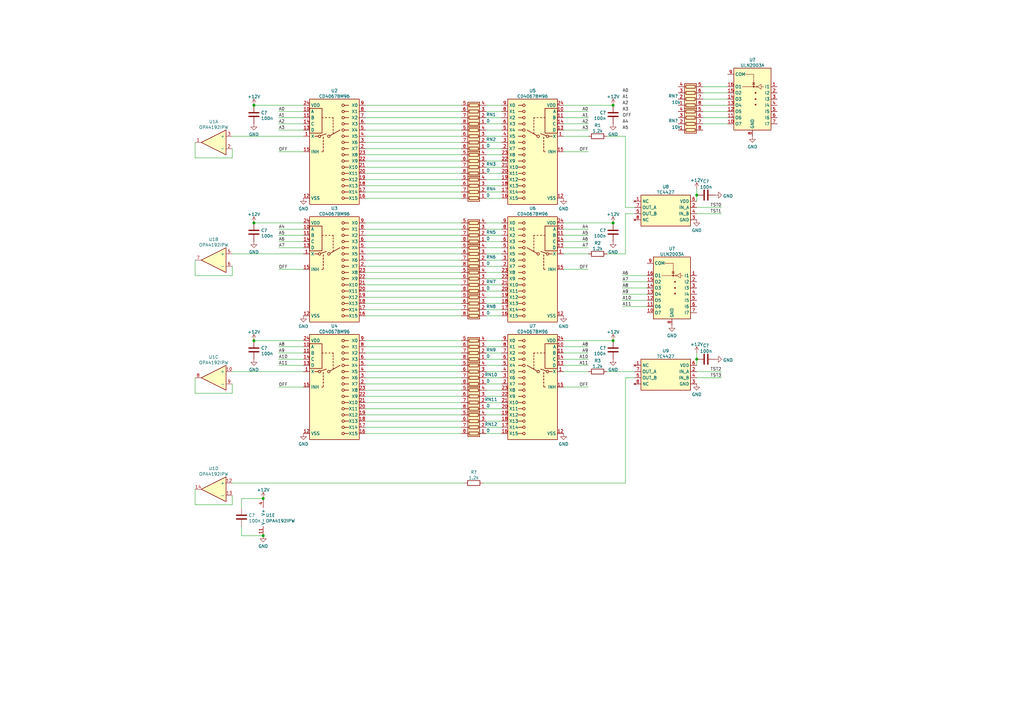
<source format=kicad_sch>
(kicad_sch (version 20210406) (generator eeschema)
  (paper "A3")
  (lib_symbols
    (symbol "Amplifier_Operational:OPA4197xPW"
      (property "Reference" "U" (at 0 3.81 0))
      (property "Value" "OPA4197xPW" (at 0 -3.81 0))
      (symbol "OPA4197xPW_1_1"
        (polyline (pts (xy -5.08 5.08) (xy 5.08 0) (xy -5.08 -5.08) (xy -5.08 5.08)) (stroke (width 0.254)) (fill (type background)))
        (pin output line (at 7.62 0 180) (length 2.54) (name "~") (number "1"))
        (pin input line (at -7.62 -2.54 0) (length 2.54) (name "-") (number "2"))
        (pin input line (at -7.62 2.54 0) (length 2.54) (name "+") (number "3"))
      )
      (symbol "OPA4197xPW_2_1"
        (polyline (pts (xy -5.08 5.08) (xy 5.08 0) (xy -5.08 -5.08) (xy -5.08 5.08)) (stroke (width 0.254)) (fill (type background)))
        (pin input line (at -7.62 2.54 0) (length 2.54) (name "+") (number "5"))
        (pin input line (at -7.62 -2.54 0) (length 2.54) (name "-") (number "6"))
        (pin output line (at 7.62 0 180) (length 2.54) (name "~") (number "7"))
      )
      (symbol "OPA4197xPW_3_1"
        (polyline (pts (xy -5.08 5.08) (xy 5.08 0) (xy -5.08 -5.08) (xy -5.08 5.08)) (stroke (width 0.254)) (fill (type background)))
        (pin input line (at -7.62 2.54 0) (length 2.54) (name "+") (number "10"))
        (pin output line (at 7.62 0 180) (length 2.54) (name "~") (number "8"))
        (pin input line (at -7.62 -2.54 0) (length 2.54) (name "-") (number "9"))
      )
      (symbol "OPA4197xPW_4_1"
        (polyline (pts (xy -5.08 5.08) (xy 5.08 0) (xy -5.08 -5.08) (xy -5.08 5.08)) (stroke (width 0.254)) (fill (type background)))
        (pin input line (at -7.62 2.54 0) (length 2.54) (name "+") (number "12"))
        (pin input line (at -7.62 -2.54 0) (length 2.54) (name "-") (number "13"))
        (pin output line (at 7.62 0 180) (length 2.54) (name "~") (number "14"))
      )
      (symbol "OPA4197xPW_5_1"
        (pin power_in line (at -2.54 -7.62 90) (length 3.81) (name "V-") (number "11"))
        (pin power_in line (at -2.54 7.62 270) (length 3.81) (name "V+") (number "4"))
      )
    )
    (symbol "Device:C" (pin_numbers hide) (pin_names (offset 0.254))
      (property "Reference" "C" (at 0.635 2.54 0))
      (property "Value" "C" (at 0.635 -2.54 0))
      (symbol "C_0_1"
        (polyline (pts (xy -2.032 -0.762) (xy 2.032 -0.762)) (stroke (width 0.508)))
        (polyline (pts (xy -2.032 0.762) (xy 2.032 0.762)) (stroke (width 0.508)))
      )
      (symbol "C_1_1"
        (pin passive line (at 0 3.81 270) (length 2.794) (name "~") (number "1"))
        (pin passive line (at 0 -3.81 90) (length 2.794) (name "~") (number "2"))
      )
    )
    (symbol "Device:R" (pin_numbers hide) (pin_names (offset 0))
      (property "Reference" "R" (at 2.032 0 90))
      (property "Value" "R" (at 0 0 90))
      (symbol "R_0_1"
        (rectangle (start -1.016 -2.54) (end 1.016 2.54) (stroke (width 0.254)))
      )
      (symbol "R_1_1"
        (pin passive line (at 0 3.81 270) (length 1.27) (name "~") (number "1"))
        (pin passive line (at 0 -3.81 90) (length 1.27) (name "~") (number "2"))
      )
    )
    (symbol "Device:R_Pack04" (pin_names (offset 0) hide)
      (property "Reference" "RN" (at -7.62 0 90))
      (property "Value" "R_Pack04" (at 5.08 0 90))
      (symbol "R_Pack04_0_1"
        (rectangle (start -5.715 1.905) (end -4.445 -1.905) (stroke (width 0.254)))
        (rectangle (start -3.175 1.905) (end -1.905 -1.905) (stroke (width 0.254)))
        (rectangle (start -0.635 1.905) (end 0.635 -1.905) (stroke (width 0.254)))
        (rectangle (start 1.905 1.905) (end 3.175 -1.905) (stroke (width 0.254)))
        (rectangle (start -6.35 -2.413) (end 3.81 2.413) (stroke (width 0.254)) (fill (type background)))
        (polyline (pts (xy -5.08 -2.54) (xy -5.08 -1.905)))
        (polyline (pts (xy -5.08 1.905) (xy -5.08 2.54)))
        (polyline (pts (xy -2.54 -2.54) (xy -2.54 -1.905)))
        (polyline (pts (xy -2.54 1.905) (xy -2.54 2.54)))
        (polyline (pts (xy 0 -2.54) (xy 0 -1.905)))
        (polyline (pts (xy 0 1.905) (xy 0 2.54)))
        (polyline (pts (xy 2.54 -2.54) (xy 2.54 -1.905)))
        (polyline (pts (xy 2.54 1.905) (xy 2.54 2.54)))
      )
      (symbol "R_Pack04_1_1"
        (pin passive line (at -5.08 -5.08 90) (length 2.54) (name "R1.1") (number "1"))
        (pin passive line (at -2.54 -5.08 90) (length 2.54) (name "R2.1") (number "2"))
        (pin passive line (at 0 -5.08 90) (length 2.54) (name "R3.1") (number "3"))
        (pin passive line (at 2.54 -5.08 90) (length 2.54) (name "R4.1") (number "4"))
        (pin passive line (at 2.54 5.08 270) (length 2.54) (name "R4.2") (number "5"))
        (pin passive line (at 0 5.08 270) (length 2.54) (name "R3.2") (number "6"))
        (pin passive line (at -2.54 5.08 270) (length 2.54) (name "R2.2") (number "7"))
        (pin passive line (at -5.08 5.08 270) (length 2.54) (name "R1.2") (number "8"))
      )
    )
    (symbol "Transistor_Array:ULN2003A"
      (property "Reference" "U" (at 0 15.875 0))
      (property "Value" "ULN2003A" (at 0 13.97 0))
      (symbol "ULN2003A_0_1"
        (circle (center -1.778 5.08) (radius 0.254))
        (circle (center -1.27 -2.286) (radius 0.254) (fill (type outline)))
        (circle (center -1.27 0) (radius 0.254) (fill (type outline)))
        (circle (center -1.27 2.54) (radius 0.254) (fill (type outline)))
        (circle (center -0.508 5.08) (radius 0.254) (fill (type outline)))
        (rectangle (start -7.62 -12.7) (end 7.62 12.7) (stroke (width 0.254)) (fill (type background)))
        (polyline (pts (xy -4.572 5.08) (xy -3.556 5.08)))
        (polyline (pts (xy -1.524 5.08) (xy 4.064 5.08)))
        (polyline (pts (xy 0 6.731) (xy -1.016 6.731)))
        (polyline (pts (xy -0.508 5.08) (xy -0.508 10.16) (xy 2.921 10.16)))
        (polyline (pts (xy -3.556 6.096) (xy -3.556 4.064) (xy -2.032 5.08) (xy -3.556 6.096)))
        (polyline (pts (xy 0 5.969) (xy -1.016 5.969) (xy -0.508 6.731) (xy 0 5.969)))
      )
      (symbol "ULN2003A_1_1"
        (pin input line (at -10.16 5.08 0) (length 2.54) (name "I1") (number "1"))
        (pin open_collector line (at 10.16 -10.16 180) (length 2.54) (name "O7") (number "10"))
        (pin open_collector line (at 10.16 -7.62 180) (length 2.54) (name "O6") (number "11"))
        (pin open_collector line (at 10.16 -5.08 180) (length 2.54) (name "O5") (number "12"))
        (pin open_collector line (at 10.16 -2.54 180) (length 2.54) (name "O4") (number "13"))
        (pin open_collector line (at 10.16 0 180) (length 2.54) (name "O3") (number "14"))
        (pin open_collector line (at 10.16 2.54 180) (length 2.54) (name "O2") (number "15"))
        (pin open_collector line (at 10.16 5.08 180) (length 2.54) (name "O1") (number "16"))
        (pin input line (at -10.16 2.54 0) (length 2.54) (name "I2") (number "2"))
        (pin input line (at -10.16 0 0) (length 2.54) (name "I3") (number "3"))
        (pin input line (at -10.16 -2.54 0) (length 2.54) (name "I4") (number "4"))
        (pin input line (at -10.16 -5.08 0) (length 2.54) (name "I5") (number "5"))
        (pin input line (at -10.16 -7.62 0) (length 2.54) (name "I6") (number "6"))
        (pin input line (at -10.16 -10.16 0) (length 2.54) (name "I7") (number "7"))
        (pin power_in line (at 0 -15.24 90) (length 2.54) (name "GND") (number "8"))
        (pin passive line (at 10.16 10.16 180) (length 2.54) (name "COM") (number "9"))
      )
    )
    (symbol "power:+12V" (power) (pin_names (offset 0))
      (property "Value" "+12V" (at 0 3.556 0))
      (symbol "+12V_0_1"
        (polyline (pts (xy -0.762 1.27) (xy 0 2.54)))
        (polyline (pts (xy 0 0) (xy 0 2.54)))
        (polyline (pts (xy 0 2.54) (xy 0.762 1.27)))
      )
      (symbol "+12V_1_1"
        (pin power_in line (at 0 0 90) (length 0) hide (name "+12V") (number "1"))
      )
    )
    (symbol "power:GND" (power) (pin_names (offset 0))
      (property "Value" "GND" (at 0 -3.81 0))
      (symbol "GND_0_1"
        (polyline (pts (xy 0 0) (xy 0 -1.27) (xy 1.27 -1.27) (xy 0 -2.54) (xy -1.27 -1.27) (xy 0 -1.27)))
      )
      (symbol "GND_1_1"
        (pin power_in line (at 0 0 270) (length 0) hide (name "GND") (number "1"))
      )
    )
    (symbol "stim_lib:CD4067BM96"
      (property "Reference" "U" (at -10.16 29.21 0))
      (property "Value" "CD4067BM96" (at 3.81 29.21 0))
      (symbol "CD4067BM96_0_1"
        (circle (center -6.096 12.7) (radius 0.508) (stroke (width 0.254)))
        (circle (center -2.286 12.7) (radius 0.508) (stroke (width 0.254)))
        (circle (center 3.556 -12.7) (radius 0.508) (stroke (width 0.254)))
        (circle (center 3.556 -2.54) (radius 0.508) (stroke (width 0.254)))
        (circle (center 3.556 0) (radius 0.508) (stroke (width 0.254)))
        (circle (center 3.556 2.54) (radius 0.508) (stroke (width 0.254)))
        (circle (center 3.556 5.08) (radius 0.508) (stroke (width 0.254)))
        (circle (center 3.556 17.78) (radius 0.508) (stroke (width 0.254)))
        (circle (center 3.556 20.32) (radius 0.508) (stroke (width 0.254)))
        (circle (center 3.556 22.86) (radius 0.508) (stroke (width 0.254)))
        (circle (center 3.556 25.4) (radius 0.508) (stroke (width 0.254)))
        (rectangle (start -10.16 24.13) (end -5.08 13.97) (stroke (width 0.254)))
        (rectangle (start -10.16 27.94) (end 10.16 -15.24) (stroke (width 0.254)) (fill (type background)))
        (polyline (pts (xy -8.128 12.7) (xy -6.604 12.7)) (stroke (width 0.254)))
        (polyline (pts (xy -5.588 12.954) (xy -3.302 13.716)) (stroke (width 0.254)))
        (polyline (pts (xy -4.572 6.35) (xy -5.207 6.35)) (stroke (width 0.254)))
        (polyline (pts (xy -4.572 6.604) (xy -4.572 7.239)) (stroke (width 0.254)))
        (polyline (pts (xy -4.572 7.874) (xy -4.572 8.509)) (stroke (width 0.254)))
        (polyline (pts (xy -4.572 7.874) (xy -4.572 8.509)) (stroke (width 0.254)))
        (polyline (pts (xy -4.572 9.144) (xy -4.572 9.779)) (stroke (width 0.254)))
        (polyline (pts (xy -4.572 9.144) (xy -4.572 9.779)) (stroke (width 0.254)))
        (polyline (pts (xy -4.572 10.414) (xy -4.572 11.049)) (stroke (width 0.254)))
        (polyline (pts (xy -4.572 10.414) (xy -4.572 11.049)) (stroke (width 0.254)))
        (polyline (pts (xy -4.572 11.684) (xy -4.572 12.319)) (stroke (width 0.254)))
        (polyline (pts (xy -4.572 11.684) (xy -4.572 12.319)) (stroke (width 0.254)))
        (polyline (pts (xy -4.572 20.32) (xy -5.08 20.32)) (stroke (width 0.254)))
        (polyline (pts (xy -3.81 20.32) (xy -3.175 20.32)) (stroke (width 0.254)))
        (polyline (pts (xy -1.778 12.954) (xy 2.286 15.24)) (stroke (width 0.254)))
        (polyline (pts (xy -1.778 20.32) (xy -2.286 20.32)) (stroke (width 0.254)))
        (polyline (pts (xy -0.508 13.716) (xy -0.508 14.351)) (stroke (width 0.254)))
        (polyline (pts (xy -0.508 18.796) (xy -0.508 19.304)) (stroke (width 0.254)))
        (polyline (pts (xy -0.508 19.812) (xy -0.508 20.32)) (stroke (width 0.254)))
        (polyline (pts (xy -0.508 20.32) (xy -1.016 20.32)) (stroke (width 0.254)))
        (polyline (pts (xy 4.064 -12.7) (xy 5.842 -12.7)) (stroke (width 0.254)))
        (polyline (pts (xy 4.064 -2.54) (xy 5.842 -2.54)) (stroke (width 0.254)))
        (polyline (pts (xy 4.064 0) (xy 5.842 0)) (stroke (width 0.254)))
        (polyline (pts (xy 4.064 2.54) (xy 5.842 2.54)) (stroke (width 0.254)))
        (polyline (pts (xy 4.064 5.08) (xy 5.842 5.08)) (stroke (width 0.254)))
        (polyline (pts (xy 4.064 17.78) (xy 5.842 17.78)) (stroke (width 0.254)))
        (polyline (pts (xy 4.064 20.32) (xy 5.842 20.32)) (stroke (width 0.254)))
        (polyline (pts (xy 4.064 22.86) (xy 5.842 22.86)) (stroke (width 0.254)))
        (polyline (pts (xy 4.064 25.4) (xy 5.842 25.4)) (stroke (width 0.254)))
      )
      (symbol "CD4067BM96_1_1"
        (circle (center 3.556 -10.16) (radius 0.508) (stroke (width 0.254)))
        (circle (center 3.556 -7.62) (radius 0.508) (stroke (width 0.254)))
        (circle (center 3.556 -5.08) (radius 0.508) (stroke (width 0.254)))
        (circle (center 3.556 7.62) (radius 0.508) (stroke (width 0.254)))
        (circle (center 3.556 10.16) (radius 0.508) (stroke (width 0.254)))
        (circle (center 3.556 12.7) (radius 0.508) (stroke (width 0.254)))
        (circle (center 3.556 15.24) (radius 0.508) (stroke (width 0.254)))
        (polyline (pts (xy -0.508 14.986) (xy -0.508 15.621)) (stroke (width 0.254)))
        (polyline (pts (xy -0.508 16.256) (xy -0.508 16.891)) (stroke (width 0.254)))
        (polyline (pts (xy -0.508 17.526) (xy -0.508 18.161)) (stroke (width 0.254)))
        (polyline (pts (xy 4.064 -10.16) (xy 5.842 -10.16)) (stroke (width 0.254)))
        (polyline (pts (xy 4.064 -7.62) (xy 5.842 -7.62)) (stroke (width 0.254)))
        (polyline (pts (xy 4.064 -5.08) (xy 5.842 -5.08)) (stroke (width 0.254)))
        (polyline (pts (xy 4.064 7.62) (xy 5.842 7.62)) (stroke (width 0.254)))
        (polyline (pts (xy 4.064 10.16) (xy 5.842 10.16)) (stroke (width 0.254)))
        (polyline (pts (xy 4.064 12.7) (xy 5.842 12.7)) (stroke (width 0.254)))
        (polyline (pts (xy 4.064 15.24) (xy 5.842 15.24)) (stroke (width 0.254)))
        (pin bidirectional line (at -12.7 12.7 0) (length 2.54) (name "X") (number "1"))
        (pin input line (at -12.7 22.86 0) (length 2.54) (name "A") (number "10"))
        (pin input line (at -12.7 20.32 0) (length 2.54) (name "B") (number "11"))
        (pin power_in line (at -12.7 -12.7 0) (length 2.54) (name "VSS") (number "12"))
        (pin input line (at -12.7 15.24 0) (length 2.54) (name "D") (number "13"))
        (pin input line (at -12.7 17.78 0) (length 2.54) (name "C") (number "14"))
        (pin input line (at -12.7 6.35 0) (length 2.54) (name "INH") (number "15"))
        (pin bidirectional line (at 12.7 -12.7 180) (length 2.54) (name "X15") (number "16"))
        (pin bidirectional line (at 12.7 -10.16 180) (length 2.54) (name "X14") (number "17"))
        (pin bidirectional line (at 12.7 -7.62 180) (length 2.54) (name "X13") (number "18"))
        (pin bidirectional line (at 12.7 -5.08 180) (length 2.54) (name "X12") (number "19"))
        (pin bidirectional line (at 12.7 7.62 180) (length 2.54) (name "X7") (number "2"))
        (pin bidirectional line (at 12.7 -2.54 180) (length 2.54) (name "X11") (number "20"))
        (pin bidirectional line (at 12.7 0 180) (length 2.54) (name "X10") (number "21"))
        (pin bidirectional line (at 12.7 2.54 180) (length 2.54) (name "X9") (number "22"))
        (pin bidirectional line (at 12.7 5.08 180) (length 2.54) (name "X8") (number "23"))
        (pin power_in line (at -12.7 25.4 0) (length 2.54) (name "VDD") (number "24"))
        (pin bidirectional line (at 12.7 10.16 180) (length 2.54) (name "X6") (number "3"))
        (pin bidirectional line (at 12.7 12.7 180) (length 2.54) (name "X5") (number "4"))
        (pin bidirectional line (at 12.7 15.24 180) (length 2.54) (name "X4") (number "5"))
        (pin bidirectional line (at 12.7 17.78 180) (length 2.54) (name "X3") (number "6"))
        (pin bidirectional line (at 12.7 20.32 180) (length 2.54) (name "X2") (number "7"))
        (pin bidirectional line (at 12.7 22.86 180) (length 2.54) (name "X1") (number "8"))
        (pin bidirectional line (at 12.7 25.4 180) (length 2.54) (name "X0") (number "9"))
      )
    )
    (symbol "stim_lib:TC4427"
      (property "Reference" "U" (at -10.16 29.21 0))
      (property "Value" "TC4427" (at 3.81 29.21 0))
      (symbol "TC4427_0_1"
        (rectangle (start -10.16 27.94) (end 10.16 15.24) (stroke (width 0.254)) (fill (type background)))
      )
      (symbol "TC4427_1_1"
        (pin no_connect line (at 12.7 25.4 180) (length 2.54) (name "NC") (number "1"))
        (pin input line (at -12.7 22.86 0) (length 2.54) (name "IN_A") (number "2"))
        (pin power_in line (at -12.7 17.78 0) (length 2.54) (name "GND") (number "3"))
        (pin input line (at -12.7 20.32 0) (length 2.54) (name "IN_B") (number "4"))
        (pin output line (at 12.7 20.32 180) (length 2.54) (name "OUT_B") (number "5"))
        (pin power_in line (at -12.7 25.4 0) (length 2.54) (name "VDD") (number "6"))
        (pin output line (at 12.7 22.86 180) (length 2.54) (name "OUT_A") (number "7"))
        (pin no_connect line (at 12.7 17.78 180) (length 2.54) (name "NC") (number "8"))
      )
    )
  )
  (junction (at 104.14 43.18) (diameter 1.016))
  (junction (at 104.14 91.44) (diameter 1.016))
  (junction (at 104.14 139.7) (diameter 1.016))
  (junction (at 107.95 204.47) (diameter 1.016))
  (junction (at 107.95 219.71) (diameter 1.016))
  (junction (at 251.46 43.18) (diameter 1.016))
  (junction (at 251.46 91.44) (diameter 1.016))
  (junction (at 251.46 139.7) (diameter 1.016))
  (junction (at 285.75 80.01) (diameter 1.016))
  (junction (at 285.75 147.32) (diameter 1.016))
  (wire (pts (xy 80.01 58.42) (xy 80.01 64.77)))
  (wire (pts (xy 80.01 64.77) (xy 95.25 64.77)))
  (wire (pts (xy 80.01 106.68) (xy 80.01 113.03)))
  (wire (pts (xy 80.01 113.03) (xy 95.25 113.03)))
  (wire (pts (xy 80.01 154.94) (xy 80.01 161.29)))
  (wire (pts (xy 80.01 161.29) (xy 95.25 161.29)))
  (wire (pts (xy 80.01 200.66) (xy 80.01 207.01)))
  (wire (pts (xy 80.01 207.01) (xy 95.25 207.01)))
  (wire (pts (xy 95.25 55.88) (xy 124.46 55.88)))
  (wire (pts (xy 95.25 64.77) (xy 95.25 60.96)))
  (wire (pts (xy 95.25 104.14) (xy 124.46 104.14)))
  (wire (pts (xy 95.25 109.22) (xy 95.25 113.03)))
  (wire (pts (xy 95.25 152.4) (xy 124.46 152.4)))
  (wire (pts (xy 95.25 157.48) (xy 95.25 161.29)))
  (wire (pts (xy 95.25 203.2) (xy 95.25 207.01)))
  (wire (pts (xy 99.06 204.47) (xy 107.95 204.47)))
  (wire (pts (xy 99.06 208.28) (xy 99.06 204.47)))
  (wire (pts (xy 99.06 215.9) (xy 99.06 219.71)))
  (wire (pts (xy 99.06 219.71) (xy 107.95 219.71)))
  (wire (pts (xy 104.14 43.18) (xy 124.46 43.18)))
  (wire (pts (xy 104.14 91.44) (xy 124.46 91.44)))
  (wire (pts (xy 104.14 139.7) (xy 124.46 139.7)))
  (wire (pts (xy 124.46 45.72) (xy 114.3 45.72)))
  (wire (pts (xy 124.46 48.26) (xy 114.3 48.26)))
  (wire (pts (xy 124.46 50.8) (xy 114.3 50.8)))
  (wire (pts (xy 124.46 53.34) (xy 114.3 53.34)))
  (wire (pts (xy 124.46 62.23) (xy 114.3 62.23)))
  (wire (pts (xy 124.46 93.98) (xy 114.3 93.98)))
  (wire (pts (xy 124.46 96.52) (xy 114.3 96.52)))
  (wire (pts (xy 124.46 99.06) (xy 114.3 99.06)))
  (wire (pts (xy 124.46 101.6) (xy 114.3 101.6)))
  (wire (pts (xy 124.46 110.49) (xy 114.3 110.49)))
  (wire (pts (xy 124.46 142.24) (xy 114.3 142.24)))
  (wire (pts (xy 124.46 144.78) (xy 114.3 144.78)))
  (wire (pts (xy 124.46 147.32) (xy 114.3 147.32)))
  (wire (pts (xy 124.46 149.86) (xy 114.3 149.86)))
  (wire (pts (xy 124.46 158.75) (xy 114.3 158.75)))
  (wire (pts (xy 149.86 43.18) (xy 189.23 43.18)))
  (wire (pts (xy 149.86 45.72) (xy 189.23 45.72)))
  (wire (pts (xy 149.86 48.26) (xy 189.23 48.26)))
  (wire (pts (xy 149.86 50.8) (xy 189.23 50.8)))
  (wire (pts (xy 149.86 53.34) (xy 189.23 53.34)))
  (wire (pts (xy 149.86 55.88) (xy 189.23 55.88)))
  (wire (pts (xy 149.86 58.42) (xy 189.23 58.42)))
  (wire (pts (xy 149.86 60.96) (xy 189.23 60.96)))
  (wire (pts (xy 149.86 63.5) (xy 189.23 63.5)))
  (wire (pts (xy 149.86 66.04) (xy 189.23 66.04)))
  (wire (pts (xy 149.86 68.58) (xy 189.23 68.58)))
  (wire (pts (xy 149.86 71.12) (xy 189.23 71.12)))
  (wire (pts (xy 149.86 73.66) (xy 189.23 73.66)))
  (wire (pts (xy 149.86 76.2) (xy 189.23 76.2)))
  (wire (pts (xy 149.86 78.74) (xy 189.23 78.74)))
  (wire (pts (xy 149.86 81.28) (xy 189.23 81.28)))
  (wire (pts (xy 149.86 91.44) (xy 189.23 91.44)))
  (wire (pts (xy 149.86 93.98) (xy 189.23 93.98)))
  (wire (pts (xy 149.86 96.52) (xy 189.23 96.52)))
  (wire (pts (xy 149.86 99.06) (xy 189.23 99.06)))
  (wire (pts (xy 149.86 101.6) (xy 189.23 101.6)))
  (wire (pts (xy 149.86 104.14) (xy 189.23 104.14)))
  (wire (pts (xy 149.86 106.68) (xy 189.23 106.68)))
  (wire (pts (xy 149.86 109.22) (xy 189.23 109.22)))
  (wire (pts (xy 149.86 111.76) (xy 189.23 111.76)))
  (wire (pts (xy 149.86 114.3) (xy 189.23 114.3)))
  (wire (pts (xy 149.86 116.84) (xy 189.23 116.84)))
  (wire (pts (xy 149.86 119.38) (xy 189.23 119.38)))
  (wire (pts (xy 149.86 121.92) (xy 189.23 121.92)))
  (wire (pts (xy 149.86 124.46) (xy 189.23 124.46)))
  (wire (pts (xy 149.86 127) (xy 189.23 127)))
  (wire (pts (xy 149.86 129.54) (xy 189.23 129.54)))
  (wire (pts (xy 149.86 139.7) (xy 189.23 139.7)))
  (wire (pts (xy 149.86 142.24) (xy 189.23 142.24)))
  (wire (pts (xy 149.86 144.78) (xy 189.23 144.78)))
  (wire (pts (xy 149.86 147.32) (xy 189.23 147.32)))
  (wire (pts (xy 149.86 149.86) (xy 189.23 149.86)))
  (wire (pts (xy 149.86 152.4) (xy 189.23 152.4)))
  (wire (pts (xy 149.86 154.94) (xy 189.23 154.94)))
  (wire (pts (xy 149.86 157.48) (xy 189.23 157.48)))
  (wire (pts (xy 149.86 160.02) (xy 189.23 160.02)))
  (wire (pts (xy 149.86 162.56) (xy 189.23 162.56)))
  (wire (pts (xy 149.86 165.1) (xy 189.23 165.1)))
  (wire (pts (xy 149.86 167.64) (xy 189.23 167.64)))
  (wire (pts (xy 149.86 170.18) (xy 189.23 170.18)))
  (wire (pts (xy 149.86 172.72) (xy 189.23 172.72)))
  (wire (pts (xy 149.86 175.26) (xy 189.23 175.26)))
  (wire (pts (xy 149.86 177.8) (xy 189.23 177.8)))
  (wire (pts (xy 190.5 198.12) (xy 95.25 198.12)))
  (wire (pts (xy 198.12 198.12) (xy 256.54 198.12)))
  (wire (pts (xy 199.39 43.18) (xy 205.74 43.18)))
  (wire (pts (xy 199.39 45.72) (xy 205.74 45.72)))
  (wire (pts (xy 199.39 48.26) (xy 205.74 48.26)))
  (wire (pts (xy 199.39 50.8) (xy 205.74 50.8)))
  (wire (pts (xy 199.39 53.34) (xy 205.74 53.34)))
  (wire (pts (xy 199.39 55.88) (xy 205.74 55.88)))
  (wire (pts (xy 199.39 58.42) (xy 205.74 58.42)))
  (wire (pts (xy 199.39 60.96) (xy 205.74 60.96)))
  (wire (pts (xy 199.39 63.5) (xy 205.74 63.5)))
  (wire (pts (xy 199.39 66.04) (xy 205.74 66.04)))
  (wire (pts (xy 199.39 68.58) (xy 205.74 68.58)))
  (wire (pts (xy 199.39 71.12) (xy 205.74 71.12)))
  (wire (pts (xy 199.39 73.66) (xy 205.74 73.66)))
  (wire (pts (xy 199.39 76.2) (xy 205.74 76.2)))
  (wire (pts (xy 199.39 78.74) (xy 205.74 78.74)))
  (wire (pts (xy 199.39 81.28) (xy 205.74 81.28)))
  (wire (pts (xy 199.39 91.44) (xy 205.74 91.44)))
  (wire (pts (xy 199.39 93.98) (xy 205.74 93.98)))
  (wire (pts (xy 199.39 96.52) (xy 205.74 96.52)))
  (wire (pts (xy 199.39 99.06) (xy 205.74 99.06)))
  (wire (pts (xy 199.39 101.6) (xy 205.74 101.6)))
  (wire (pts (xy 199.39 104.14) (xy 205.74 104.14)))
  (wire (pts (xy 199.39 106.68) (xy 205.74 106.68)))
  (wire (pts (xy 199.39 109.22) (xy 205.74 109.22)))
  (wire (pts (xy 199.39 111.76) (xy 205.74 111.76)))
  (wire (pts (xy 199.39 114.3) (xy 205.74 114.3)))
  (wire (pts (xy 199.39 116.84) (xy 205.74 116.84)))
  (wire (pts (xy 199.39 119.38) (xy 205.74 119.38)))
  (wire (pts (xy 199.39 121.92) (xy 205.74 121.92)))
  (wire (pts (xy 199.39 124.46) (xy 205.74 124.46)))
  (wire (pts (xy 199.39 127) (xy 205.74 127)))
  (wire (pts (xy 199.39 129.54) (xy 205.74 129.54)))
  (wire (pts (xy 199.39 139.7) (xy 205.74 139.7)))
  (wire (pts (xy 199.39 142.24) (xy 205.74 142.24)))
  (wire (pts (xy 199.39 144.78) (xy 205.74 144.78)))
  (wire (pts (xy 199.39 147.32) (xy 205.74 147.32)))
  (wire (pts (xy 199.39 149.86) (xy 205.74 149.86)))
  (wire (pts (xy 199.39 152.4) (xy 205.74 152.4)))
  (wire (pts (xy 199.39 154.94) (xy 205.74 154.94)))
  (wire (pts (xy 199.39 157.48) (xy 205.74 157.48)))
  (wire (pts (xy 199.39 160.02) (xy 205.74 160.02)))
  (wire (pts (xy 199.39 162.56) (xy 205.74 162.56)))
  (wire (pts (xy 199.39 165.1) (xy 205.74 165.1)))
  (wire (pts (xy 199.39 167.64) (xy 205.74 167.64)))
  (wire (pts (xy 199.39 170.18) (xy 205.74 170.18)))
  (wire (pts (xy 199.39 172.72) (xy 205.74 172.72)))
  (wire (pts (xy 199.39 175.26) (xy 205.74 175.26)))
  (wire (pts (xy 199.39 177.8) (xy 205.74 177.8)))
  (wire (pts (xy 231.14 45.72) (xy 241.3 45.72)))
  (wire (pts (xy 231.14 48.26) (xy 241.3 48.26)))
  (wire (pts (xy 231.14 50.8) (xy 241.3 50.8)))
  (wire (pts (xy 231.14 53.34) (xy 241.3 53.34)))
  (wire (pts (xy 231.14 55.88) (xy 241.3 55.88)))
  (wire (pts (xy 231.14 62.23) (xy 241.3 62.23)))
  (wire (pts (xy 231.14 93.98) (xy 241.3 93.98)))
  (wire (pts (xy 231.14 96.52) (xy 241.3 96.52)))
  (wire (pts (xy 231.14 99.06) (xy 241.3 99.06)))
  (wire (pts (xy 231.14 101.6) (xy 241.3 101.6)))
  (wire (pts (xy 231.14 104.14) (xy 241.3 104.14)))
  (wire (pts (xy 231.14 110.49) (xy 241.3 110.49)))
  (wire (pts (xy 231.14 142.24) (xy 241.3 142.24)))
  (wire (pts (xy 231.14 144.78) (xy 241.3 144.78)))
  (wire (pts (xy 231.14 147.32) (xy 241.3 147.32)))
  (wire (pts (xy 231.14 149.86) (xy 241.3 149.86)))
  (wire (pts (xy 231.14 152.4) (xy 241.3 152.4)))
  (wire (pts (xy 231.14 158.75) (xy 241.3 158.75)))
  (wire (pts (xy 248.92 152.4) (xy 260.35 152.4)))
  (wire (pts (xy 251.46 43.18) (xy 231.14 43.18)))
  (wire (pts (xy 251.46 91.44) (xy 231.14 91.44)))
  (wire (pts (xy 251.46 139.7) (xy 231.14 139.7)))
  (wire (pts (xy 256.54 55.88) (xy 248.92 55.88)))
  (wire (pts (xy 256.54 85.09) (xy 256.54 55.88)))
  (wire (pts (xy 256.54 87.63) (xy 256.54 104.14)))
  (wire (pts (xy 256.54 104.14) (xy 248.92 104.14)))
  (wire (pts (xy 256.54 154.94) (xy 260.35 154.94)))
  (wire (pts (xy 256.54 198.12) (xy 256.54 154.94)))
  (wire (pts (xy 260.35 85.09) (xy 256.54 85.09)))
  (wire (pts (xy 260.35 87.63) (xy 256.54 87.63)))
  (wire (pts (xy 265.43 113.03) (xy 255.27 113.03)))
  (wire (pts (xy 265.43 115.57) (xy 255.27 115.57)))
  (wire (pts (xy 265.43 118.11) (xy 255.27 118.11)))
  (wire (pts (xy 265.43 120.65) (xy 255.27 120.65)))
  (wire (pts (xy 265.43 123.19) (xy 255.27 123.19)))
  (wire (pts (xy 265.43 125.73) (xy 255.27 125.73)))
  (wire (pts (xy 285.75 77.47) (xy 285.75 80.01)))
  (wire (pts (xy 285.75 80.01) (xy 285.75 82.55)))
  (wire (pts (xy 285.75 85.09) (xy 295.91 85.09)))
  (wire (pts (xy 285.75 87.63) (xy 295.91 87.63)))
  (wire (pts (xy 285.75 144.78) (xy 285.75 147.32)))
  (wire (pts (xy 285.75 147.32) (xy 285.75 149.86)))
  (wire (pts (xy 285.75 152.4) (xy 295.91 152.4)))
  (wire (pts (xy 285.75 154.94) (xy 295.91 154.94)))
  (wire (pts (xy 298.45 35.56) (xy 288.29 35.56)))
  (wire (pts (xy 298.45 38.1) (xy 288.29 38.1)))
  (wire (pts (xy 298.45 40.64) (xy 288.29 40.64)))
  (wire (pts (xy 298.45 43.18) (xy 288.29 43.18)))
  (wire (pts (xy 298.45 45.72) (xy 288.29 45.72)))
  (wire (pts (xy 298.45 48.26) (xy 288.29 48.26)))
  (wire (pts (xy 298.45 50.8) (xy 288.29 50.8)))
  (label "A0" (at 114.3 45.72 0))
  (label "A1" (at 114.3 48.26 0))
  (label "A2" (at 114.3 50.8 0))
  (label "A3" (at 114.3 53.34 0))
  (label "OFF" (at 114.3 62.23 0))
  (label "A4" (at 114.3 93.98 0))
  (label "A5" (at 114.3 96.52 0))
  (label "A6" (at 114.3 99.06 0))
  (label "A7" (at 114.3 101.6 0))
  (label "OFF" (at 114.3 110.49 0))
  (label "A8" (at 114.3 142.24 0))
  (label "A9" (at 114.3 144.78 0))
  (label "A10" (at 114.3 147.32 0))
  (label "A11" (at 114.3 149.86 0))
  (label "OFF" (at 114.3 158.75 0))
  (label "A0" (at 241.3 45.72 180))
  (label "A1" (at 241.3 48.26 180))
  (label "A2" (at 241.3 50.8 180))
  (label "A3" (at 241.3 53.34 180))
  (label "OFF" (at 241.3 62.23 180))
  (label "A4" (at 241.3 93.98 180))
  (label "A5" (at 241.3 96.52 180))
  (label "A6" (at 241.3 99.06 180))
  (label "A7" (at 241.3 101.6 180))
  (label "OFF" (at 241.3 110.49 180))
  (label "A8" (at 241.3 142.24 180))
  (label "A9" (at 241.3 144.78 180))
  (label "A10" (at 241.3 147.32 180))
  (label "A11" (at 241.3 149.86 180))
  (label "OFF" (at 241.3 158.75 180))
  (label "A0" (at 255.27 38.1 0))
  (label "A1" (at 255.27 40.64 0))
  (label "A2" (at 255.27 43.18 0))
  (label "A3" (at 255.27 45.72 0))
  (label "OFF" (at 255.27 48.26 0))
  (label "A4" (at 255.27 50.8 0))
  (label "A5" (at 255.27 53.34 0))
  (label "A6" (at 255.27 113.03 0))
  (label "A7" (at 255.27 115.57 0))
  (label "A8" (at 255.27 118.11 0))
  (label "A9" (at 255.27 120.65 0))
  (label "A10" (at 255.27 123.19 0))
  (label "A11" (at 255.27 125.73 0))
  (label "TST0" (at 295.91 85.09 180))
  (label "TST1" (at 295.91 87.63 180))
  (label "TST2" (at 295.91 152.4 180))
  (label "TST3" (at 295.91 154.94 180))
  (symbol (lib_id "power:+12V") (at 104.14 43.18 0) (mirror y) (unit 1)
    (property "Reference" "#PWR?" (effects hide))
    (property "Value" "+12V" (at 104.14 39.6326 0))
  )
  (symbol (lib_id "power:+12V") (at 104.14 91.44 0) (mirror y) (unit 1)
    (property "Reference" "#PWR?" (effects hide))
    (property "Value" "+12V" (at 104.14 87.8926 0))
  )
  (symbol (lib_id "power:+12V") (at 104.14 139.7 0) (mirror y) (unit 1)
    (property "Reference" "#PWR?" (effects hide))
    (property "Value" "+12V" (at 104.14 136.1526 0))
  )
  (symbol (lib_id "power:+12V") (at 107.95 204.47 0) (unit 1)
    (property "Reference" "#PWR?" (effects hide))
    (property "Value" "+12V" (at 107.95 200.9226 0))
  )
  (symbol (lib_id "power:+12V") (at 251.46 43.18 0) (unit 1)
    (property "Reference" "#PWR?" (effects hide))
    (property "Value" "+12V" (at 251.46 39.6326 0))
  )
  (symbol (lib_id "power:+12V") (at 251.46 91.44 0) (unit 1)
    (property "Reference" "#PWR011" (effects hide))
    (property "Value" "+12V" (at 251.46 87.8926 0))
  )
  (symbol (lib_id "power:+12V") (at 251.46 139.7 0) (unit 1)
    (property "Reference" "#PWR?" (effects hide))
    (property "Value" "+12V" (at 251.46 136.1526 0))
  )
  (symbol (lib_id "power:+12V") (at 285.75 77.47 0) (unit 1)
    (property "Reference" "#PWR?" (effects hide))
    (property "Value" "+12V" (at 285.75 73.9226 0))
  )
  (symbol (lib_id "power:+12V") (at 285.75 144.78 0) (unit 1)
    (property "Reference" "#PWR?" (effects hide))
    (property "Value" "+12V" (at 285.75 141.2326 0))
  )
  (symbol (lib_id "power:GND") (at 104.14 50.8 0) (unit 1)
    (property "Reference" "#PWR?" (effects hide))
    (property "Value" "GND" (at 104.14 55.1244 0))
  )
  (symbol (lib_id "power:GND") (at 104.14 99.06 0) (unit 1)
    (property "Reference" "#PWR?" (effects hide))
    (property "Value" "GND" (at 104.14 103.3844 0))
  )
  (symbol (lib_id "power:GND") (at 104.14 147.32 0) (unit 1)
    (property "Reference" "#PWR?" (effects hide))
    (property "Value" "GND" (at 104.14 151.6444 0))
  )
  (symbol (lib_id "power:GND") (at 107.95 219.71 0) (mirror y) (unit 1)
    (property "Reference" "#PWR?" (effects hide))
    (property "Value" "GND" (at 107.95 224.0344 0))
  )
  (symbol (lib_id "power:GND") (at 124.46 81.28 0) (mirror y) (unit 1)
    (property "Reference" "#PWR04" (effects hide))
    (property "Value" "GND" (at 124.46 85.6044 0))
  )
  (symbol (lib_id "power:GND") (at 124.46 129.54 0) (mirror y) (unit 1)
    (property "Reference" "#PWR05" (effects hide))
    (property "Value" "GND" (at 124.46 133.8644 0))
  )
  (symbol (lib_id "power:GND") (at 124.46 177.8 0) (mirror y) (unit 1)
    (property "Reference" "#PWR06" (effects hide))
    (property "Value" "GND" (at 124.46 182.1244 0))
  )
  (symbol (lib_id "power:GND") (at 231.14 81.28 0) (unit 1)
    (property "Reference" "#PWR07" (effects hide))
    (property "Value" "GND" (at 231.14 85.6044 0))
  )
  (symbol (lib_id "power:GND") (at 231.14 129.54 0) (unit 1)
    (property "Reference" "#PWR08" (effects hide))
    (property "Value" "GND" (at 231.14 133.8644 0))
  )
  (symbol (lib_id "power:GND") (at 231.14 177.8 0) (unit 1)
    (property "Reference" "#PWR09" (effects hide))
    (property "Value" "GND" (at 231.14 182.1244 0))
  )
  (symbol (lib_id "power:GND") (at 251.46 50.8 0) (mirror y) (unit 1)
    (property "Reference" "#PWR?" (effects hide))
    (property "Value" "GND" (at 251.46 55.1244 0))
  )
  (symbol (lib_id "power:GND") (at 251.46 99.06 0) (mirror y) (unit 1)
    (property "Reference" "#PWR?" (effects hide))
    (property "Value" "GND" (at 251.46 103.3844 0))
  )
  (symbol (lib_id "power:GND") (at 251.46 147.32 0) (mirror y) (unit 1)
    (property "Reference" "#PWR?" (effects hide))
    (property "Value" "GND" (at 251.46 151.6444 0))
  )
  (symbol (lib_id "power:GND") (at 275.59 133.35 0) (mirror y) (unit 1)
    (property "Reference" "#PWR?" (effects hide))
    (property "Value" "GND" (at 275.59 137.6744 0))
  )
  (symbol (lib_id "power:GND") (at 285.75 90.17 0) (mirror y) (unit 1)
    (property "Reference" "#PWR?" (effects hide))
    (property "Value" "GND" (at 285.75 94.4944 0))
  )
  (symbol (lib_id "power:GND") (at 285.75 157.48 0) (mirror y) (unit 1)
    (property "Reference" "#PWR?" (effects hide))
    (property "Value" "GND" (at 285.75 161.8044 0))
  )
  (symbol (lib_id "power:GND") (at 293.37 80.01 90) (unit 1)
    (property "Reference" "#PWR?" (effects hide))
    (property "Value" "GND" (at 296.5451 80.3985 90) (effects (justify right)))
  )
  (symbol (lib_id "power:GND") (at 293.37 147.32 90) (unit 1)
    (property "Reference" "#PWR?" (effects hide))
    (property "Value" "GND" (at 296.5451 147.7085 90) (effects (justify right)))
  )
  (symbol (lib_id "power:GND") (at 308.61 55.88 0) (mirror y) (unit 1)
    (property "Reference" "#PWR?" (effects hide))
    (property "Value" "GND" (at 308.61 60.2044 0))
  )
  (symbol (lib_id "Amplifier_Operational:OPA4197xPW") (at 110.49 212.09 0) (unit 5)
    (property "Reference" "U1" (at 108.9661 211.3291 0) (effects (justify left)))
    (property "Value" "OPA4192IPW" (at 108.9661 213.6278 0) (effects (justify left)))
    (property "Footprint" "Package_SO:TSSOP-14_4.4x5mm_P0.65mm" (effects hide))
    (property "Datasheet" "http://www.ti.com/lit/ds/symlink/opa4192.pdf" (effects hide))
  )
  (symbol (lib_id "Device:R") (at 194.31 198.12 90) (unit 1)
    (property "Reference" "R?" (at 194.31 193.6708 90))
    (property "Value" "1.2k" (at 194.31 195.9695 90))
    (property "Footprint" "Resistor_SMD:R_1206_3216Metric" (effects hide))
    (property "LCSC" "C26035" (effects hide))
  )
  (symbol (lib_id "Device:R") (at 245.11 55.88 90) (unit 1)
    (property "Reference" "R1" (at 245.11 51.4308 90))
    (property "Value" "1.2k" (at 245.11 53.7295 90))
    (property "Footprint" "Resistor_SMD:R_1206_3216Metric" (effects hide))
    (property "LCSC" "C26035" (effects hide))
  )
  (symbol (lib_id "Device:R") (at 245.11 104.14 90) (unit 1)
    (property "Reference" "R2" (at 245.11 99.6908 90))
    (property "Value" "1.2k" (at 245.11 101.9895 90))
    (property "Footprint" "Resistor_SMD:R_1206_3216Metric" (effects hide))
    (property "LCSC" "C26035" (effects hide))
  )
  (symbol (lib_id "Device:R") (at 245.11 152.4 90) (unit 1)
    (property "Reference" "R3" (at 245.11 147.9508 90))
    (property "Value" "1.2k" (at 245.11 150.2495 90))
    (property "Footprint" "Resistor_SMD:R_1206_3216Metric" (effects hide))
    (property "LCSC" "C26035" (effects hide))
  )
  (symbol (lib_id "Device:C") (at 99.06 212.09 180) (unit 1)
    (property "Reference" "C?" (at 101.9811 211.3291 0) (effects (justify right)))
    (property "Value" "100n" (at 101.9811 213.6278 0) (effects (justify right)))
    (property "Footprint" "Capacitor_SMD:C_0603_1608Metric" (effects hide))
    (property "LCSC" "C14663" (effects hide))
  )
  (symbol (lib_id "Device:C") (at 104.14 46.99 180) (unit 1)
    (property "Reference" "C?" (at 107.0611 46.2291 0) (effects (justify right)))
    (property "Value" "100n" (at 107.0611 48.5278 0) (effects (justify right)))
    (property "Footprint" "Capacitor_SMD:C_0603_1608Metric" (effects hide))
    (property "LCSC" "C14663" (effects hide))
  )
  (symbol (lib_id "Device:C") (at 104.14 95.25 180) (unit 1)
    (property "Reference" "C?" (at 107.0611 94.4891 0) (effects (justify right)))
    (property "Value" "100n" (at 107.0611 96.7878 0) (effects (justify right)))
    (property "Footprint" "Capacitor_SMD:C_0603_1608Metric" (effects hide))
    (property "LCSC" "C14663" (effects hide))
  )
  (symbol (lib_id "Device:C") (at 104.14 143.51 180) (unit 1)
    (property "Reference" "C?" (at 107.0611 142.7491 0) (effects (justify right)))
    (property "Value" "100n" (at 107.0611 145.0478 0) (effects (justify right)))
    (property "Footprint" "Capacitor_SMD:C_0603_1608Metric" (effects hide))
    (property "LCSC" "C14663" (effects hide))
  )
  (symbol (lib_id "Device:C") (at 251.46 46.99 0) (mirror x) (unit 1)
    (property "Reference" "C?" (at 248.5389 46.2291 0) (effects (justify right)))
    (property "Value" "100n" (at 248.5389 48.5278 0) (effects (justify right)))
    (property "Footprint" "Capacitor_SMD:C_0603_1608Metric" (effects hide))
    (property "LCSC" "C14663" (effects hide))
  )
  (symbol (lib_id "Device:C") (at 251.46 95.25 0) (mirror x) (unit 1)
    (property "Reference" "C?" (at 248.5389 94.4891 0) (effects (justify right)))
    (property "Value" "100n" (at 248.5389 96.7878 0) (effects (justify right)))
    (property "Footprint" "Capacitor_SMD:C_0603_1608Metric" (effects hide))
    (property "LCSC" "C14663" (effects hide))
  )
  (symbol (lib_id "Device:C") (at 251.46 143.51 0) (mirror x) (unit 1)
    (property "Reference" "C?" (at 248.5389 142.7491 0) (effects (justify right)))
    (property "Value" "100n" (at 248.5389 145.0478 0) (effects (justify right)))
    (property "Footprint" "Capacitor_SMD:C_0603_1608Metric" (effects hide))
    (property "LCSC" "C14663" (effects hide))
  )
  (symbol (lib_id "Device:C") (at 289.56 80.01 90) (unit 1)
    (property "Reference" "C?" (at 289.56 74.4178 90))
    (property "Value" "100n" (at 289.56 76.7165 90))
    (property "Footprint" "Capacitor_SMD:C_0603_1608Metric" (effects hide))
    (property "LCSC" "C14663" (effects hide))
  )
  (symbol (lib_id "Device:C") (at 289.56 147.32 90) (unit 1)
    (property "Reference" "C?" (at 289.56 141.7278 90))
    (property "Value" "100n" (at 289.56 144.0265 90))
    (property "Footprint" "Capacitor_SMD:C_0603_1608Metric" (effects hide))
    (property "LCSC" "C14663" (effects hide))
  )
  (symbol (lib_id "Device:R_Pack04") (at 194.31 45.72 90) (unit 1)
    (property "Reference" "RN1" (at 201.4003 46.9932 90))
    (property "Value" "0" (at 200.1942 49.6109 90))
    (property "Footprint" "Resistor_SMD:R_Array_Convex_4x0603" (effects hide))
    (property "LCSC" "C327053" (effects hide))
  )
  (symbol (lib_id "Device:R_Pack04") (at 194.31 55.88 90) (unit 1)
    (property "Reference" "RN2" (at 201.4003 57.1532 90))
    (property "Value" "0" (at 200.1942 59.7709 90))
    (property "Footprint" "Resistor_SMD:R_Array_Convex_4x0603" (effects hide))
    (property "LCSC" "C327053" (effects hide))
  )
  (symbol (lib_id "Device:R_Pack04") (at 194.31 66.04 90) (unit 1)
    (property "Reference" "RN3" (at 201.4003 67.3132 90))
    (property "Value" "0" (at 200.1942 69.9309 90))
    (property "Footprint" "Resistor_SMD:R_Array_Convex_4x0603" (effects hide))
    (property "LCSC" "C327053" (effects hide))
  )
  (symbol (lib_id "Device:R_Pack04") (at 194.31 76.2 90) (unit 1)
    (property "Reference" "RN4" (at 201.4003 77.4732 90))
    (property "Value" "0" (at 200.1942 80.0909 90))
    (property "Footprint" "Resistor_SMD:R_Array_Convex_4x0603" (effects hide))
    (property "LCSC" "C327053" (effects hide))
  )
  (symbol (lib_id "Device:R_Pack04") (at 194.31 93.98 90) (unit 1)
    (property "Reference" "RN5" (at 201.4003 95.2532 90))
    (property "Value" "0" (at 200.1942 97.8709 90))
    (property "Footprint" "Resistor_SMD:R_Array_Convex_4x0603" (effects hide))
    (property "LCSC" "C327053" (effects hide))
  )
  (symbol (lib_id "Device:R_Pack04") (at 194.31 104.14 90) (unit 1)
    (property "Reference" "RN6" (at 201.4003 105.4132 90))
    (property "Value" "0" (at 200.1942 108.0309 90))
    (property "Footprint" "Resistor_SMD:R_Array_Convex_4x0603" (effects hide))
    (property "LCSC" "C327053" (effects hide))
  )
  (symbol (lib_id "Device:R_Pack04") (at 194.31 114.3 90) (unit 1)
    (property "Reference" "RN7" (at 201.4003 115.5732 90))
    (property "Value" "0" (at 200.1942 118.1909 90))
    (property "Footprint" "Resistor_SMD:R_Array_Convex_4x0603" (effects hide))
    (property "LCSC" "C327053" (effects hide))
  )
  (symbol (lib_id "Device:R_Pack04") (at 194.31 124.46 90) (unit 1)
    (property "Reference" "RN8" (at 201.4003 125.7332 90))
    (property "Value" "0" (at 200.1942 128.3509 90))
    (property "Footprint" "Resistor_SMD:R_Array_Convex_4x0603" (effects hide))
    (property "LCSC" "C327053" (effects hide))
  )
  (symbol (lib_id "Device:R_Pack04") (at 194.31 142.24 90) (unit 1)
    (property "Reference" "RN9" (at 201.4003 143.5132 90))
    (property "Value" "0" (at 200.1942 146.1309 90))
    (property "Footprint" "Resistor_SMD:R_Array_Convex_4x0603" (effects hide))
    (property "LCSC" "C327053" (effects hide))
  )
  (symbol (lib_id "Device:R_Pack04") (at 194.31 152.4 90) (unit 1)
    (property "Reference" "RN10" (at 201.4003 153.6732 90))
    (property "Value" "0" (at 200.1942 156.2909 90))
    (property "Footprint" "Resistor_SMD:R_Array_Convex_4x0603" (effects hide))
    (property "LCSC" "C327053" (effects hide))
  )
  (symbol (lib_id "Device:R_Pack04") (at 194.31 162.56 90) (unit 1)
    (property "Reference" "RN11" (at 201.4003 163.8332 90))
    (property "Value" "0" (at 200.1942 166.4509 90))
    (property "Footprint" "Resistor_SMD:R_Array_Convex_4x0603" (effects hide))
    (property "LCSC" "C327053" (effects hide))
  )
  (symbol (lib_id "Device:R_Pack04") (at 194.31 172.72 90) (unit 1)
    (property "Reference" "RN12" (at 201.4003 173.9932 90))
    (property "Value" "0" (at 200.1942 176.6109 90))
    (property "Footprint" "Resistor_SMD:R_Array_Convex_4x0603" (effects hide))
    (property "LCSC" "C327053" (effects hide))
  )
  (symbol (lib_id "Device:R_Pack04") (at 283.21 38.1 270) (mirror x) (unit 1)
    (property "Reference" "RN?" (at 276.1197 39.3732 90))
    (property "Value" "10k" (at 277.3258 41.9909 90))
    (property "Footprint" "Resistor_SMD:R_Array_Convex_4x0603" (effects hide))
    (property "LCSC" "C110924" (effects hide))
  )
  (symbol (lib_id "Device:R_Pack04") (at 283.21 48.26 270) (mirror x) (unit 1)
    (property "Reference" "RN?" (at 276.1197 49.5332 90))
    (property "Value" "10k" (at 277.3258 52.1509 90))
    (property "Footprint" "Resistor_SMD:R_Array_Convex_4x0603" (effects hide))
    (property "LCSC" "C110924" (effects hide))
  )
  (symbol (lib_id "Amplifier_Operational:OPA4197xPW") (at 87.63 58.42 0) (mirror y) (unit 1)
    (property "Reference" "U1" (at 87.63 49.9068 0))
    (property "Value" "OPA4192IPW" (at 87.63 52.2055 0))
    (property "Footprint" "Package_SO:TSSOP-14_4.4x5mm_P0.65mm" (effects hide))
    (property "Datasheet" "http://www.ti.com/lit/ds/symlink/opa4192.pdf" (effects hide))
    (property "LCSC" "C181634" (effects hide))
  )
  (symbol (lib_id "Amplifier_Operational:OPA4197xPW") (at 87.63 106.68 0) (mirror y) (unit 2)
    (property "Reference" "U1" (at 87.63 98.1668 0))
    (property "Value" "OPA4192IPW" (at 87.63 100.4655 0))
    (property "Footprint" "Package_SO:TSSOP-14_4.4x5mm_P0.65mm" (effects hide))
    (property "Datasheet" "http://www.ti.com/lit/ds/symlink/opa4192.pdf" (effects hide))
  )
  (symbol (lib_id "Amplifier_Operational:OPA4197xPW") (at 87.63 154.94 0) (mirror y) (unit 3)
    (property "Reference" "U1" (at 87.63 146.4268 0))
    (property "Value" "OPA4192IPW" (at 87.63 148.7255 0))
    (property "Footprint" "Package_SO:TSSOP-14_4.4x5mm_P0.65mm" (effects hide))
    (property "Datasheet" "http://www.ti.com/lit/ds/symlink/opa4192.pdf" (effects hide))
  )
  (symbol (lib_id "Amplifier_Operational:OPA4197xPW") (at 87.63 200.66 0) (mirror y) (unit 4)
    (property "Reference" "U1" (at 87.63 192.1468 0))
    (property "Value" "OPA4192IPW" (at 87.63 194.4455 0))
    (property "Footprint" "Package_SO:TSSOP-14_4.4x5mm_P0.65mm" (effects hide))
    (property "Datasheet" "http://www.ti.com/lit/ds/symlink/opa4192.pdf" (effects hide))
  )
  (symbol (lib_id "stim_lib:TC4427") (at 273.05 107.95 0) (mirror y) (unit 1)
    (property "Reference" "U8" (at 273.05 76.5768 0))
    (property "Value" "TC4427" (at 273.05 78.8755 0))
    (property "Footprint" "Package_SO:SOIC-8_3.9x4.9mm_P1.27mm" (effects hide))
    (property "Datasheet" "https://datasheet.lcsc.com/lcsc/1811150410_Microchip-Tech-TC4427AEOA713_C20551.pdf" (effects hide))
    (property "LCSC" "C20551" (effects hide))
  )
  (symbol (lib_id "stim_lib:TC4427") (at 273.05 175.26 0) (mirror y) (unit 1)
    (property "Reference" "U9" (at 273.05 143.8868 0))
    (property "Value" "TC4427" (at 273.05 146.1855 0))
    (property "Footprint" "Package_SO:SOIC-8_3.9x4.9mm_P1.27mm" (effects hide))
    (property "Datasheet" "https://datasheet.lcsc.com/lcsc/1811150410_Microchip-Tech-TC4427AEOA713_C20551.pdf" (effects hide))
    (property "LCSC" "C20551" (effects hide))
  )
  (symbol (lib_id "Transistor_Array:ULN2003A") (at 275.59 118.11 0) (mirror y) (unit 1)
    (property "Reference" "U?" (at 275.59 101.9768 0))
    (property "Value" "ULN2003A" (at 275.59 104.2755 0))
    (property "Footprint" "Package_SO:SOIC-16_3.9x9.9mm_P1.27mm" (effects hide))
    (property "Datasheet" "http://www.ti.com/lit/ds/symlink/uln2003a.pdf" (effects hide))
    (property "LCSC" "C7512" (effects hide))
  )
  (symbol (lib_id "Transistor_Array:ULN2003A") (at 308.61 40.64 0) (mirror y) (unit 1)
    (property "Reference" "U?" (at 308.61 24.5068 0))
    (property "Value" "ULN2003A" (at 308.61 26.8055 0))
    (property "Footprint" "Package_SO:SOIC-16_3.9x9.9mm_P1.27mm" (effects hide))
    (property "Datasheet" "http://www.ti.com/lit/ds/symlink/uln2003a.pdf" (effects hide))
    (property "LCSC" "C7512" (effects hide))
  )
  (symbol (lib_id "stim_lib:CD4067BM96") (at 137.16 68.58 0) (unit 1)
    (property "Reference" "U2" (at 137.16 37.2068 0))
    (property "Value" "CD4067BM96" (at 137.16 39.5055 0))
    (property "Footprint" "Package_SO:SOIC-24W_7.5x15.4mm_P1.27mm" (effects hide))
    (property "Datasheet" "http://www.ti.com/lit/ds/symlink/cd4097b.pdf" (effects hide))
    (property "LCSC" "C6525" (effects hide))
  )
  (symbol (lib_id "stim_lib:CD4067BM96") (at 137.16 116.84 0) (unit 1)
    (property "Reference" "U3" (at 137.16 85.4668 0))
    (property "Value" "CD4067BM96" (at 137.16 87.7655 0))
    (property "Footprint" "Package_SO:SOIC-24W_7.5x15.4mm_P1.27mm" (effects hide))
    (property "Datasheet" "http://www.ti.com/lit/ds/symlink/cd4097b.pdf" (effects hide))
    (property "LCSC" "C6525" (effects hide))
  )
  (symbol (lib_id "stim_lib:CD4067BM96") (at 137.16 165.1 0) (unit 1)
    (property "Reference" "U4" (at 137.16 133.7268 0))
    (property "Value" "CD4067BM96" (at 137.16 136.0255 0))
    (property "Footprint" "Package_SO:SOIC-24W_7.5x15.4mm_P1.27mm" (effects hide))
    (property "Datasheet" "http://www.ti.com/lit/ds/symlink/cd4097b.pdf" (effects hide))
    (property "LCSC" "C6525" (effects hide))
  )
  (symbol (lib_id "stim_lib:CD4067BM96") (at 218.44 68.58 0) (mirror y) (unit 1)
    (property "Reference" "U5" (at 218.44 37.2068 0))
    (property "Value" "CD4067BM96" (at 218.44 39.5055 0))
    (property "Footprint" "Package_SO:SOIC-24W_7.5x15.4mm_P1.27mm" (effects hide))
    (property "Datasheet" "http://www.ti.com/lit/ds/symlink/cd4097b.pdf" (effects hide))
    (property "LCSC" "C6525" (effects hide))
  )
  (symbol (lib_id "stim_lib:CD4067BM96") (at 218.44 116.84 0) (mirror y) (unit 1)
    (property "Reference" "U6" (at 218.44 85.4668 0))
    (property "Value" "CD4067BM96" (at 218.44 87.7655 0))
    (property "Footprint" "Package_SO:SOIC-24W_7.5x15.4mm_P1.27mm" (effects hide))
    (property "Datasheet" "http://www.ti.com/lit/ds/symlink/cd4097b.pdf" (effects hide))
    (property "LCSC" "C6525" (effects hide))
  )
  (symbol (lib_id "stim_lib:CD4067BM96") (at 218.44 165.1 0) (mirror y) (unit 1)
    (property "Reference" "U7" (at 218.44 133.7268 0))
    (property "Value" "CD4067BM96" (at 218.44 136.0255 0))
    (property "Footprint" "Package_SO:SOIC-24W_7.5x15.4mm_P1.27mm" (effects hide))
    (property "Datasheet" "http://www.ti.com/lit/ds/symlink/cd4097b.pdf" (effects hide))
    (property "LCSC" "C6525" (effects hide))
  )
)
</source>
